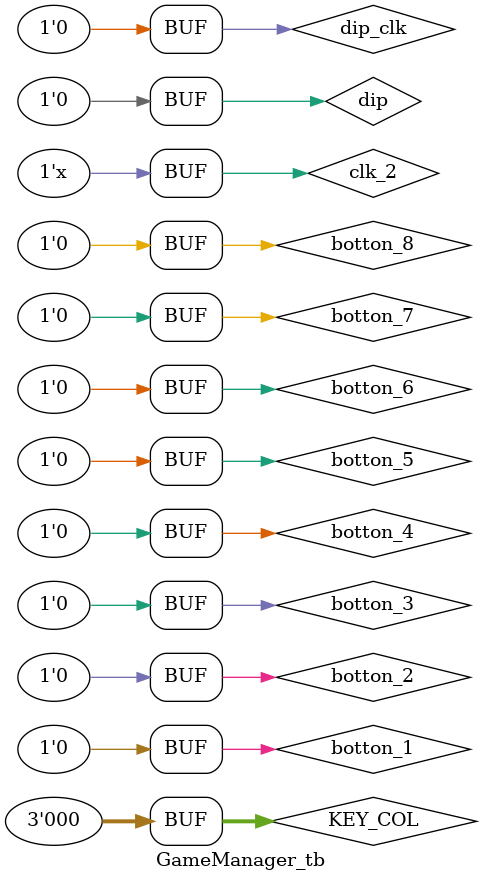
<source format=v>
`timescale 1ns / 1ps

module GameManager_tb;

    // ====== 입력 신호 (Inputs) ======
    reg clk_2;          // 1MHz 입력 클록
    reg botton_1;       // 버튼 입력
    reg botton_2;
    reg botton_3;
    reg botton_4;
    reg botton_5;
    reg botton_6;
    reg botton_7;
    reg botton_8;
    reg [2:0] KEY_COL;   // 키패드 열 입력
    reg dip;            // DIP 스위치
    reg dip_clk;        // DIP 클록

    // ====== 출력 신호 (Outputs) ======
    wire [3:0] KEY_ROW;      // 키패드 행 출력
    wire [3:0] key_inp;      // 감지된 키 입력
    wire led_1;
    wire led_2;
    wire led_3;
    wire led_4;
    wire led_5;
    wire led_6;
    wire led_7;
    wire led_8;
    wire [7:0] SEG_COM;
    wire [7:0] SEG_DATA;

    // ====== GameManager 인스턴스화 ======
    GameManager uut (
        .clk_2(clk_2),
        .botton_1(botton_1),
        .botton_2(botton_2),
        .botton_3(botton_3),
        .botton_4(botton_4),
        .botton_5(botton_5),
        .botton_6(botton_6),
        .botton_7(botton_7),
        .botton_8(botton_8),
        .KEY_COL(KEY_COL),
        .KEY_ROW(KEY_ROW),
        .dip(dip),
        .dip_clk(dip_clk),
        .led_1(led_1),
        .led_2(led_2),
        .led_3(led_3),
        .led_4(led_4),
        .led_5(led_5),
        .led_6(led_6),
        .led_7(led_7),
        .led_8(led_8),
        .SEG_COM(SEG_COM),
        .SEG_DATA(SEG_DATA)
    );

    // ====== 초기화 ======
    initial begin
        // 모든 입력을 0으로 초기화
        clk_2 = 0;
        botton_1 = 0;
        botton_2 = 0;
        botton_3 = 0;
        botton_4 = 0;
        botton_5 = 0;
        botton_6 = 0;
        botton_7 = 0;
        botton_8 = 0;
        KEY_COL = 3'b000;
        dip = 0;
        dip_clk = 0;

        #100000;
        #500000;
        #500000;
        dip_clk = 1;
        #500000;
        dip_clk = 0;


        dip = 1;
        #100000;
        dip = 0;

        #100000;

        // 예시로 20000ns 후에 '2' 입력
        #200000;
        #500000;
        #500000;
        #500000;
        KEY_COL = 3'b010;    // '2' 입력
        #300000;
        #300000;
        #500000;
        #500000;
        #500000;
        #500000;
        KEY_COL = 3'b000;    // 입력 해제

        // LED 패턴 출력이 완료된 후 버튼 입력 시뮬레이션
        // 예시로 50000ns 후에 버튼_1 누름
        #500000;
        botton_1 = 1;
        #100000;
        botton_1 = 0;

        // 추가적인 시뮬레이션을 원할 경우 여기에 작성

        // 시뮬레이션 종료
        #1000000;

    end

    // ====== clk_2 생성 (1MHz 클록, 주기 1µs) ======
    always #500 clk_2 = ~clk_2; // 1MHz 클록: 주기 1µs (500ns High, 500ns Low)
    
endmodule

</source>
